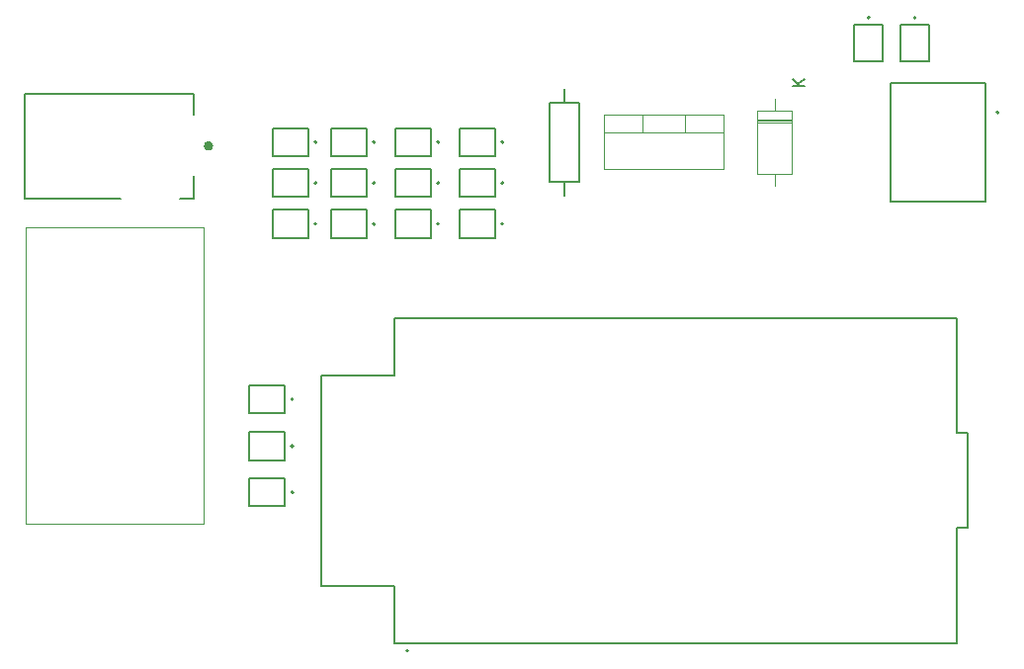
<source format=gbr>
%TF.GenerationSoftware,KiCad,Pcbnew,8.0.8*%
%TF.CreationDate,2025-03-04T22:32:40-05:00*%
%TF.ProjectId,PCBboya,50434262-6f79-4612-9e6b-696361645f70,rev?*%
%TF.SameCoordinates,Original*%
%TF.FileFunction,Legend,Top*%
%TF.FilePolarity,Positive*%
%FSLAX46Y46*%
G04 Gerber Fmt 4.6, Leading zero omitted, Abs format (unit mm)*
G04 Created by KiCad (PCBNEW 8.0.8) date 2025-03-04 22:32:40*
%MOMM*%
%LPD*%
G01*
G04 APERTURE LIST*
%ADD10C,0.150000*%
%ADD11C,0.200000*%
%ADD12C,0.120000*%
%ADD13C,0.127000*%
%ADD14C,0.400000*%
G04 APERTURE END LIST*
D10*
X167554819Y-73681904D02*
X166554819Y-73681904D01*
X167554819Y-73110476D02*
X166983390Y-73539047D01*
X166554819Y-73110476D02*
X167126247Y-73681904D01*
D11*
%TO.C,J19*%
X171835000Y-68475000D02*
X174245000Y-68475000D01*
X171835000Y-71525000D02*
X171835000Y-68475000D01*
X174245000Y-71525000D02*
X171835000Y-71525000D01*
X174245000Y-71525000D02*
X174245000Y-68475000D01*
X173140000Y-67825000D02*
G75*
G02*
X172940000Y-67825000I-100000J0D01*
G01*
X172940000Y-67825000D02*
G75*
G02*
X173140000Y-67825000I100000J0D01*
G01*
%TO.C,J3*%
X121975000Y-77295000D02*
X125025000Y-77295000D01*
X121975000Y-79705000D02*
X121975000Y-77295000D01*
X121975000Y-79705000D02*
X125025000Y-79705000D01*
X125025000Y-77295000D02*
X125025000Y-79705000D01*
X125775000Y-78500000D02*
G75*
G02*
X125575000Y-78500000I-100000J0D01*
G01*
X125575000Y-78500000D02*
G75*
G02*
X125775000Y-78500000I100000J0D01*
G01*
%TO.C,J10*%
X132475000Y-80795000D02*
X135525000Y-80795000D01*
X132475000Y-83205000D02*
X132475000Y-80795000D01*
X132475000Y-83205000D02*
X135525000Y-83205000D01*
X135525000Y-80795000D02*
X135525000Y-83205000D01*
X136275000Y-82000000D02*
G75*
G02*
X136075000Y-82000000I-100000J0D01*
G01*
X136075000Y-82000000D02*
G75*
G02*
X136275000Y-82000000I100000J0D01*
G01*
%TO.C,J18*%
X175795000Y-68475000D02*
X178205000Y-68475000D01*
X175795000Y-71525000D02*
X175795000Y-68475000D01*
X178205000Y-71525000D02*
X175795000Y-71525000D01*
X178205000Y-71525000D02*
X178205000Y-68475000D01*
X177100000Y-67825000D02*
G75*
G02*
X176900000Y-67825000I-100000J0D01*
G01*
X176900000Y-67825000D02*
G75*
G02*
X177100000Y-67825000I100000J0D01*
G01*
%TO.C,J13*%
X137975000Y-80795000D02*
X141025000Y-80795000D01*
X137975000Y-83205000D02*
X137975000Y-80795000D01*
X137975000Y-83205000D02*
X141025000Y-83205000D01*
X141025000Y-80795000D02*
X141025000Y-83205000D01*
X141775000Y-82000000D02*
G75*
G02*
X141575000Y-82000000I-100000J0D01*
G01*
X141575000Y-82000000D02*
G75*
G02*
X141775000Y-82000000I100000J0D01*
G01*
%TO.C,J16*%
X119975000Y-103335000D02*
X123025000Y-103335000D01*
X119975000Y-105745000D02*
X119975000Y-103335000D01*
X119975000Y-105745000D02*
X123025000Y-105745000D01*
X123025000Y-103335000D02*
X123025000Y-105745000D01*
X123775000Y-104540000D02*
G75*
G02*
X123575000Y-104540000I-100000J0D01*
G01*
X123575000Y-104540000D02*
G75*
G02*
X123775000Y-104540000I100000J0D01*
G01*
%TO.C,J7*%
X126975000Y-80795000D02*
X130025000Y-80795000D01*
X126975000Y-83205000D02*
X126975000Y-80795000D01*
X126975000Y-83205000D02*
X130025000Y-83205000D01*
X130025000Y-80795000D02*
X130025000Y-83205000D01*
X130775000Y-82000000D02*
G75*
G02*
X130575000Y-82000000I-100000J0D01*
G01*
X130575000Y-82000000D02*
G75*
G02*
X130775000Y-82000000I100000J0D01*
G01*
%TO.C,J5*%
X121975000Y-84295000D02*
X125025000Y-84295000D01*
X121975000Y-86705000D02*
X121975000Y-84295000D01*
X121975000Y-86705000D02*
X125025000Y-86705000D01*
X125025000Y-84295000D02*
X125025000Y-86705000D01*
X125775000Y-85500000D02*
G75*
G02*
X125575000Y-85500000I-100000J0D01*
G01*
X125575000Y-85500000D02*
G75*
G02*
X125775000Y-85500000I100000J0D01*
G01*
%TO.C,J4*%
X121975000Y-80795000D02*
X125025000Y-80795000D01*
X121975000Y-83205000D02*
X121975000Y-80795000D01*
X121975000Y-83205000D02*
X125025000Y-83205000D01*
X125025000Y-80795000D02*
X125025000Y-83205000D01*
X125775000Y-82000000D02*
G75*
G02*
X125575000Y-82000000I-100000J0D01*
G01*
X125575000Y-82000000D02*
G75*
G02*
X125775000Y-82000000I100000J0D01*
G01*
%TO.C,J8*%
X126975000Y-84295000D02*
X130025000Y-84295000D01*
X126975000Y-86705000D02*
X126975000Y-84295000D01*
X126975000Y-86705000D02*
X130025000Y-86705000D01*
X130025000Y-84295000D02*
X130025000Y-86705000D01*
X130775000Y-85500000D02*
G75*
G02*
X130575000Y-85500000I-100000J0D01*
G01*
X130575000Y-85500000D02*
G75*
G02*
X130775000Y-85500000I100000J0D01*
G01*
%TO.C,J14*%
X132475000Y-84295000D02*
X135525000Y-84295000D01*
X132475000Y-86705000D02*
X132475000Y-84295000D01*
X132475000Y-86705000D02*
X135525000Y-86705000D01*
X135525000Y-84295000D02*
X135525000Y-86705000D01*
X136275000Y-85500000D02*
G75*
G02*
X136075000Y-85500000I-100000J0D01*
G01*
X136075000Y-85500000D02*
G75*
G02*
X136275000Y-85500000I100000J0D01*
G01*
%TO.C,J15*%
X119975000Y-107295000D02*
X123025000Y-107295000D01*
X119975000Y-109705000D02*
X119975000Y-107295000D01*
X119975000Y-109705000D02*
X123025000Y-109705000D01*
X123025000Y-107295000D02*
X123025000Y-109705000D01*
X123775000Y-108500000D02*
G75*
G02*
X123575000Y-108500000I-100000J0D01*
G01*
X123575000Y-108500000D02*
G75*
G02*
X123775000Y-108500000I100000J0D01*
G01*
%TO.C,J17*%
X119975000Y-99335000D02*
X123025000Y-99335000D01*
X119975000Y-101745000D02*
X119975000Y-99335000D01*
X119975000Y-101745000D02*
X123025000Y-101745000D01*
X123025000Y-99335000D02*
X123025000Y-101745000D01*
X123775000Y-100540000D02*
G75*
G02*
X123575000Y-100540000I-100000J0D01*
G01*
X123575000Y-100540000D02*
G75*
G02*
X123775000Y-100540000I100000J0D01*
G01*
%TO.C,J9*%
X132475000Y-77295000D02*
X135525000Y-77295000D01*
X132475000Y-79705000D02*
X132475000Y-77295000D01*
X132475000Y-79705000D02*
X135525000Y-79705000D01*
X135525000Y-77295000D02*
X135525000Y-79705000D01*
X136275000Y-78500000D02*
G75*
G02*
X136075000Y-78500000I-100000J0D01*
G01*
X136075000Y-78500000D02*
G75*
G02*
X136275000Y-78500000I100000J0D01*
G01*
D12*
%TO.C,Q1*%
X150380000Y-76175000D02*
X150380000Y-80816000D01*
X150380000Y-76175000D02*
X160620000Y-76175000D01*
X150380000Y-77685000D02*
X160620000Y-77685000D01*
X150380000Y-80816000D02*
X160620000Y-80816000D01*
X153650000Y-76175000D02*
X153650000Y-77685000D01*
X157351000Y-76175000D02*
X157351000Y-77685000D01*
X160620000Y-76175000D02*
X160620000Y-80816000D01*
%TO.C,U4*%
X100880000Y-85800000D02*
X116120000Y-85800000D01*
X116120000Y-111200000D01*
X100880000Y-111200000D01*
X100880000Y-85800000D01*
D13*
%TO.C,J2*%
X174900000Y-73420000D02*
X183100000Y-73420000D01*
X174900000Y-83580000D02*
X174900000Y-73420000D01*
X183100000Y-73420000D02*
X183100000Y-83580000D01*
X183100000Y-83580000D02*
X174900000Y-83580000D01*
D11*
X184200000Y-75960000D02*
G75*
G02*
X184000000Y-75960000I-100000J0D01*
G01*
X184000000Y-75960000D02*
G75*
G02*
X184200000Y-75960000I100000J0D01*
G01*
%TO.C,J12*%
X137975000Y-77295000D02*
X141025000Y-77295000D01*
X137975000Y-79705000D02*
X137975000Y-77295000D01*
X137975000Y-79705000D02*
X141025000Y-79705000D01*
X141025000Y-77295000D02*
X141025000Y-79705000D01*
X141775000Y-78500000D02*
G75*
G02*
X141575000Y-78500000I-100000J0D01*
G01*
X141575000Y-78500000D02*
G75*
G02*
X141775000Y-78500000I100000J0D01*
G01*
D12*
%TO.C,D1*%
X163530000Y-75780000D02*
X163530000Y-81220000D01*
X163530000Y-81220000D02*
X166470000Y-81220000D01*
X165000000Y-74760000D02*
X165000000Y-75780000D01*
X165000000Y-82240000D02*
X165000000Y-81220000D01*
X166470000Y-75780000D02*
X163530000Y-75780000D01*
X166470000Y-76560000D02*
X163530000Y-76560000D01*
X166470000Y-76680000D02*
X163530000Y-76680000D01*
X166470000Y-76800000D02*
X163530000Y-76800000D01*
X166470000Y-81220000D02*
X166470000Y-75780000D01*
D13*
%TO.C,J1*%
X100800000Y-74325000D02*
X115200000Y-74325000D01*
X100800000Y-83325000D02*
X100800000Y-74325000D01*
X108950000Y-83325000D02*
X100800000Y-83325000D01*
X115200000Y-74325000D02*
X115200000Y-76175000D01*
X115200000Y-81375000D02*
X115200000Y-83325000D01*
X115200000Y-83325000D02*
X114050000Y-83325000D01*
D14*
X116700000Y-78825000D02*
G75*
G02*
X116300000Y-78825000I-200000J0D01*
G01*
X116300000Y-78825000D02*
G75*
G02*
X116700000Y-78825000I200000J0D01*
G01*
D11*
%TO.C,J6*%
X126975000Y-77295000D02*
X130025000Y-77295000D01*
X126975000Y-79705000D02*
X126975000Y-77295000D01*
X126975000Y-79705000D02*
X130025000Y-79705000D01*
X130025000Y-77295000D02*
X130025000Y-79705000D01*
X130775000Y-78500000D02*
G75*
G02*
X130575000Y-78500000I-100000J0D01*
G01*
X130575000Y-78500000D02*
G75*
G02*
X130775000Y-78500000I100000J0D01*
G01*
%TO.C,J11*%
X137975000Y-84295000D02*
X141025000Y-84295000D01*
X137975000Y-86705000D02*
X137975000Y-84295000D01*
X137975000Y-86705000D02*
X141025000Y-86705000D01*
X141025000Y-84295000D02*
X141025000Y-86705000D01*
X141775000Y-85500000D02*
G75*
G02*
X141575000Y-85500000I-100000J0D01*
G01*
X141575000Y-85500000D02*
G75*
G02*
X141775000Y-85500000I100000J0D01*
G01*
D13*
%TO.C,R1*%
X145700000Y-75100000D02*
X145700000Y-81900000D01*
X145700000Y-81900000D02*
X147000000Y-81900000D01*
X147000000Y-73920000D02*
X147000000Y-75100000D01*
X147000000Y-75100000D02*
X145700000Y-75100000D01*
X147000000Y-81900000D02*
X148300000Y-81900000D01*
X147000000Y-83080000D02*
X147000000Y-81900000D01*
X148300000Y-75100000D02*
X147000000Y-75100000D01*
X148300000Y-81900000D02*
X148300000Y-75100000D01*
%TO.C,U1*%
X126200000Y-98500000D02*
X132400000Y-98500000D01*
X126200000Y-116500000D02*
X126200000Y-98500000D01*
X132400000Y-93550000D02*
X132400000Y-98500000D01*
X132400000Y-116500000D02*
X126200000Y-116500000D01*
X132400000Y-116500000D02*
X132400000Y-121450000D01*
X132400000Y-121450000D02*
X180600000Y-121450000D01*
X180600000Y-93550000D02*
X132400000Y-93550000D01*
X180600000Y-103440000D02*
X180600000Y-93550000D01*
X180600000Y-111570000D02*
X181500000Y-111570000D01*
X180600000Y-121450000D02*
X180600000Y-111570000D01*
X181500000Y-103440000D02*
X180600000Y-103440000D01*
X181500000Y-111570000D02*
X181500000Y-103440000D01*
D11*
X133630000Y-122070000D02*
G75*
G02*
X133430000Y-122070000I-100000J0D01*
G01*
X133430000Y-122070000D02*
G75*
G02*
X133630000Y-122070000I100000J0D01*
G01*
%TD*%
M02*

</source>
